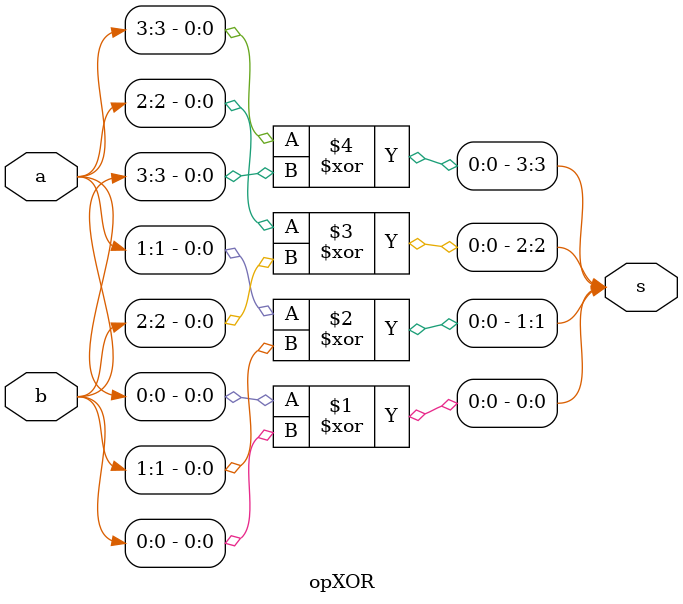
<source format=sv>
module opXOR(
    input logic [3:0] a,
    input logic [3:0] b,
    output logic [3:0] s
);

    assign s[0] = a[0] ^ b[0];
    assign s[1] = a[1] ^ b[1];
    assign s[2] = a[2] ^ b[2];
    assign s[3] = a[3] ^ b[3];


endmodule
</source>
